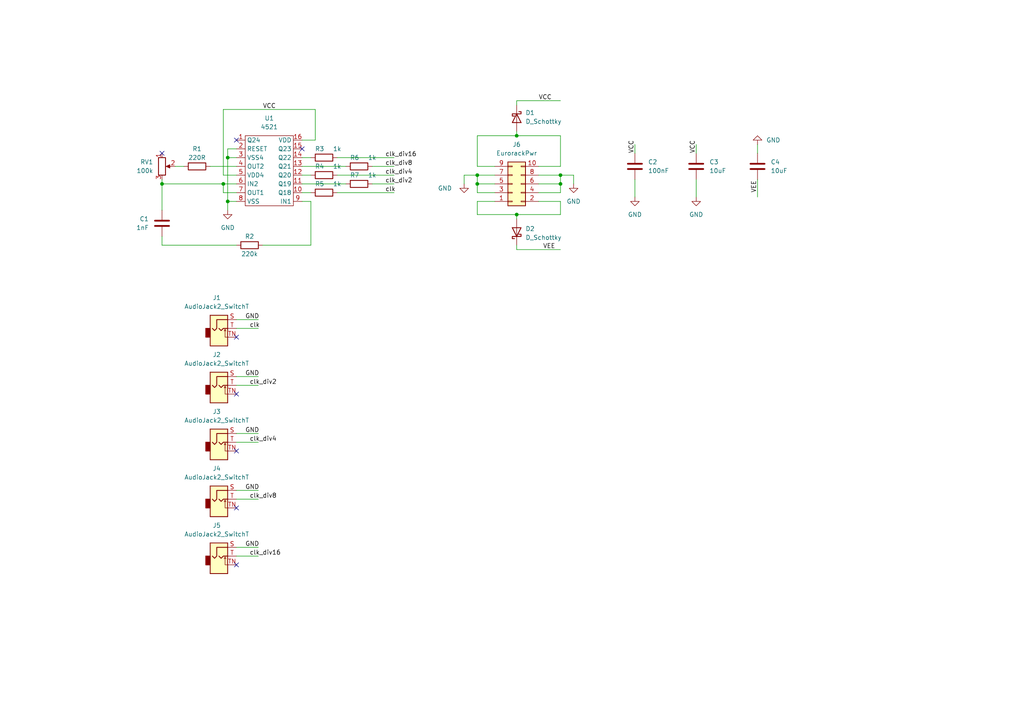
<source format=kicad_sch>
(kicad_sch (version 20211123) (generator eeschema)
  (paper "A4")
  (lib_symbols
    (symbol "Connector:AudioJack2_SwitchT"
      (property "Reference" "J" (at 0 8.89 0))
      (property "Value" "AudioJack2_SwitchT" (at 0 6.35 0))
      (symbol "AudioJack2_SwitchT_0_1"
        (rectangle (start -2.54 0) (end -3.81 -2.54) (stroke (width 0.254)) (fill (type outline)))
        (polyline (pts (xy 1.778 -0.254) (xy 2.032 -0.762)))
        (polyline (pts (xy 0 0) (xy 0.635 -0.635) (xy 1.27 0) (xy 2.54 0)) (stroke (width 0.254)))
        (polyline (pts (xy 2.54 -2.54) (xy 1.778 -2.54) (xy 1.778 -0.254) (xy 1.524 -0.762)))
        (polyline (pts (xy 2.54 2.54) (xy -0.635 2.54) (xy -0.635 0) (xy -1.27 -0.635) (xy -1.905 0)) (stroke (width 0.254)))
        (rectangle (start 2.54 3.81) (end -2.54 -5.08) (stroke (width 0.254)) (fill (type background)))
      )
      (symbol "AudioJack2_SwitchT_1_1"
        (pin passive line (at 5.08 2.54 180) (length 2.54) (name "~") (number "S"))
        (pin passive line (at 5.08 0 180) (length 2.54) (name "~") (number "T"))
        (pin passive line (at 5.08 -2.54 180) (length 2.54) (name "~") (number "TN"))
      )
    )
    (symbol "Connector_Generic:Conn_02x05_Odd_Even" (pin_names (offset 1.016) hide)
      (property "Reference" "J" (at 1.27 7.62 0))
      (property "Value" "Conn_02x05_Odd_Even" (at 1.27 -7.62 0))
      (symbol "Conn_02x05_Odd_Even_1_1"
        (rectangle (start -1.27 -4.953) (end 0 -5.207) (stroke (width 0.1524)))
        (rectangle (start -1.27 -2.413) (end 0 -2.667) (stroke (width 0.1524)))
        (rectangle (start -1.27 0.127) (end 0 -0.127) (stroke (width 0.1524)))
        (rectangle (start -1.27 2.667) (end 0 2.413) (stroke (width 0.1524)))
        (rectangle (start -1.27 5.207) (end 0 4.953) (stroke (width 0.1524)))
        (rectangle (start -1.27 6.35) (end 3.81 -6.35) (stroke (width 0.254)) (fill (type background)))
        (rectangle (start 3.81 -4.953) (end 2.54 -5.207) (stroke (width 0.1524)))
        (rectangle (start 3.81 -2.413) (end 2.54 -2.667) (stroke (width 0.1524)))
        (rectangle (start 3.81 0.127) (end 2.54 -0.127) (stroke (width 0.1524)))
        (rectangle (start 3.81 2.667) (end 2.54 2.413) (stroke (width 0.1524)))
        (rectangle (start 3.81 5.207) (end 2.54 4.953) (stroke (width 0.1524)))
        (pin passive line (at -5.08 5.08 0) (length 3.81) (name "Pin_1") (number "1"))
        (pin passive line (at 7.62 -5.08 180) (length 3.81) (name "Pin_10") (number "10"))
        (pin passive line (at 7.62 5.08 180) (length 3.81) (name "Pin_2") (number "2"))
        (pin passive line (at -5.08 2.54 0) (length 3.81) (name "Pin_3") (number "3"))
        (pin passive line (at 7.62 2.54 180) (length 3.81) (name "Pin_4") (number "4"))
        (pin passive line (at -5.08 0 0) (length 3.81) (name "Pin_5") (number "5"))
        (pin passive line (at 7.62 0 180) (length 3.81) (name "Pin_6") (number "6"))
        (pin passive line (at -5.08 -2.54 0) (length 3.81) (name "Pin_7") (number "7"))
        (pin passive line (at 7.62 -2.54 180) (length 3.81) (name "Pin_8") (number "8"))
        (pin passive line (at -5.08 -5.08 0) (length 3.81) (name "Pin_9") (number "9"))
      )
    )
    (symbol "Device:C" (pin_numbers hide) (pin_names (offset 0.254))
      (property "Reference" "C" (at 0.635 2.54 0))
      (property "Value" "C" (at 0.635 -2.54 0))
      (symbol "C_0_1"
        (polyline (pts (xy -2.032 -0.762) (xy 2.032 -0.762)) (stroke (width 0.508)))
        (polyline (pts (xy -2.032 0.762) (xy 2.032 0.762)) (stroke (width 0.508)))
      )
      (symbol "C_1_1"
        (pin passive line (at 0 3.81 270) (length 2.794) (name "~") (number "1"))
        (pin passive line (at 0 -3.81 90) (length 2.794) (name "~") (number "2"))
      )
    )
    (symbol "Device:D_Schottky" (pin_numbers hide) (pin_names (offset 1.016) hide)
      (property "Reference" "D" (at 0 2.54 0))
      (property "Value" "D_Schottky" (at 0 -2.54 0))
      (symbol "D_Schottky_0_1"
        (polyline (pts (xy 1.27 0) (xy -1.27 0)))
        (polyline (pts (xy 1.27 1.27) (xy 1.27 -1.27) (xy -1.27 0) (xy 1.27 1.27)) (stroke (width 0.254)))
        (polyline (pts (xy -1.905 0.635) (xy -1.905 1.27) (xy -1.27 1.27) (xy -1.27 -1.27) (xy -0.635 -1.27) (xy -0.635 -0.635)) (stroke (width 0.254)))
      )
      (symbol "D_Schottky_1_1"
        (pin passive line (at -3.81 0 0) (length 2.54) (name "K") (number "1"))
        (pin passive line (at 3.81 0 180) (length 2.54) (name "A") (number "2"))
      )
    )
    (symbol "Device:R" (pin_numbers hide) (pin_names (offset 0))
      (property "Reference" "R" (at 2.032 0 90))
      (property "Value" "R" (at 0 0 90))
      (symbol "R_0_1"
        (rectangle (start -1.016 -2.54) (end 1.016 2.54) (stroke (width 0.254)))
      )
      (symbol "R_1_1"
        (pin passive line (at 0 3.81 270) (length 1.27) (name "~") (number "1"))
        (pin passive line (at 0 -3.81 90) (length 1.27) (name "~") (number "2"))
      )
    )
    (symbol "Device:R_Potentiometer" (pin_names (offset 1.016) hide)
      (property "Reference" "RV" (at -4.445 0 90))
      (property "Value" "R_Potentiometer" (at -2.54 0 90))
      (symbol "R_Potentiometer_0_1"
        (polyline (pts (xy 2.54 0) (xy 1.524 0)))
        (polyline (pts (xy 1.143 0) (xy 2.286 0.508) (xy 2.286 -0.508) (xy 1.143 0)) (fill (type outline)))
        (rectangle (start 1.016 2.54) (end -1.016 -2.54) (stroke (width 0.254)))
      )
      (symbol "R_Potentiometer_1_1"
        (pin passive line (at 0 3.81 270) (length 1.27) (name "1") (number "1"))
        (pin passive line (at 3.81 0 180) (length 1.27) (name "2") (number "2"))
        (pin passive line (at 0 -3.81 90) (length 1.27) (name "3") (number "3"))
      )
    )
    (symbol "power:GND" (power) (pin_names (offset 0))
      (property "Value" "GND" (at 0 -3.81 0))
      (symbol "GND_0_1"
        (polyline (pts (xy 0 0) (xy 0 -1.27) (xy 1.27 -1.27) (xy 0 -2.54) (xy -1.27 -1.27) (xy 0 -1.27)))
      )
      (symbol "GND_1_1"
        (pin power_in line (at 0 0 270) (length 0) hide (name "GND") (number "1"))
      )
    )
    (symbol "yku_symbols:4521"
      (property "Reference" "U" (at 11.43 21.59 0))
      (property "Value" "4521" (at 2.54 21.59 0))
      (symbol "4521_0_1"
        (rectangle (start 0 20.32) (end 13.97 0))
      )
      (symbol "4521_1_1"
        (pin output line (at -2.54 19.05 0) (length 2.54) (name "Q24") (number "1"))
        (pin output line (at 16.51 3.81 180) (length 2.54) (name "Q18") (number "10"))
        (pin output line (at 16.51 6.35 180) (length 2.54) (name "Q19") (number "11"))
        (pin output line (at 16.51 8.89 180) (length 2.54) (name "Q20") (number "12"))
        (pin output line (at 16.51 11.43 180) (length 2.54) (name "Q21") (number "13"))
        (pin output line (at 16.51 13.97 180) (length 2.54) (name "Q22") (number "14"))
        (pin output line (at 16.51 16.51 180) (length 2.54) (name "Q23") (number "15"))
        (pin power_in line (at 16.51 19.05 180) (length 2.54) (name "VDD") (number "16"))
        (pin input line (at -2.54 16.51 0) (length 2.54) (name "RESET") (number "2"))
        (pin power_in line (at -2.54 13.97 0) (length 2.54) (name "VSS4") (number "3"))
        (pin output line (at -2.54 11.43 0) (length 2.54) (name "OUT2") (number "4"))
        (pin power_in line (at -2.54 8.89 0) (length 2.54) (name "VDD4") (number "5"))
        (pin input line (at -2.54 6.35 0) (length 2.54) (name "IN2") (number "6"))
        (pin output line (at -2.54 3.81 0) (length 2.54) (name "OUT1") (number "7"))
        (pin power_in line (at -2.54 1.27 0) (length 2.54) (name "VSS") (number "8"))
        (pin input line (at 16.51 1.27 180) (length 2.54) (name "IN1") (number "9"))
      )
    )
  )
  (junction (at 138.43 50.8))
  (junction (at 149.86 39.37))
  (junction (at 149.86 62.23))
  (junction (at 64.77 53.34))
  (junction (at 162.56 50.8))
  (junction (at 138.43 53.34))
  (junction (at 66.04 58.42))
  (junction (at 162.56 53.34))
  (junction (at 46.99 53.34))
  (junction (at 66.04 45.72))
  (no_connect (at 46.99 44.45))
  (no_connect (at 68.58 97.79))
  (no_connect (at 68.58 147.32))
  (no_connect (at 87.63 43.18))
  (no_connect (at 68.58 40.64))
  (no_connect (at 68.58 114.3))
  (no_connect (at 68.58 130.81))
  (no_connect (at 68.58 163.83))
  (wire (pts (xy 97.79 55.88) (xy 114.3 55.88)))
  (wire (pts (xy 50.8 48.26) (xy 53.34 48.26)))
  (wire (pts (xy 66.04 45.72) (xy 66.04 58.42)))
  (wire (pts (xy 68.58 53.34) (xy 64.77 53.34)))
  (wire (pts (xy 134.62 50.8) (xy 134.62 53.34)))
  (wire (pts (xy 64.77 55.88) (xy 68.58 55.88)))
  (wire (pts (xy 46.99 53.34) (xy 64.77 53.34)))
  (wire (pts (xy 87.63 40.64) (xy 91.44 40.64)))
  (wire (pts (xy 68.58 43.18) (xy 66.04 43.18)))
  (wire (pts (xy 64.77 31.75) (xy 91.44 31.75)))
  (wire (pts (xy 138.43 50.8) (xy 143.51 50.8)))
  (wire (pts (xy 156.21 53.34) (xy 162.56 53.34)))
  (wire (pts (xy 97.79 45.72) (xy 114.3 45.72)))
  (wire (pts (xy 68.58 128.27) (xy 74.93 128.27)))
  (wire (pts (xy 219.71 52.07) (xy 219.71 57.15)))
  (wire (pts (xy 162.56 53.34) (xy 162.56 55.88)))
  (wire (pts (xy 68.58 111.76) (xy 74.93 111.76)))
  (wire (pts (xy 149.86 71.12) (xy 149.86 72.39)))
  (wire (pts (xy 66.04 58.42) (xy 66.04 60.96)))
  (wire (pts (xy 76.2 71.12) (xy 90.17 71.12)))
  (wire (pts (xy 68.58 125.73) (xy 74.93 125.73)))
  (wire (pts (xy 68.58 144.78) (xy 74.93 144.78)))
  (wire (pts (xy 66.04 45.72) (xy 68.58 45.72)))
  (wire (pts (xy 162.56 62.23) (xy 162.56 58.42)))
  (wire (pts (xy 149.86 29.21) (xy 162.56 29.21)))
  (wire (pts (xy 87.63 48.26) (xy 100.33 48.26)))
  (wire (pts (xy 149.86 29.21) (xy 149.86 30.48)))
  (wire (pts (xy 97.79 50.8) (xy 114.3 50.8)))
  (wire (pts (xy 46.99 52.07) (xy 46.99 53.34)))
  (wire (pts (xy 90.17 58.42) (xy 90.17 71.12)))
  (wire (pts (xy 64.77 53.34) (xy 64.77 55.88)))
  (wire (pts (xy 149.86 38.1) (xy 149.86 39.37)))
  (wire (pts (xy 91.44 31.75) (xy 91.44 40.64)))
  (wire (pts (xy 166.37 53.34) (xy 166.37 50.8)))
  (wire (pts (xy 107.95 53.34) (xy 114.3 53.34)))
  (wire (pts (xy 138.43 58.42) (xy 143.51 58.42)))
  (wire (pts (xy 201.93 41.91) (xy 201.93 44.45)))
  (wire (pts (xy 149.86 72.39) (xy 162.56 72.39)))
  (wire (pts (xy 156.21 58.42) (xy 162.56 58.42)))
  (wire (pts (xy 87.63 55.88) (xy 90.17 55.88)))
  (wire (pts (xy 87.63 45.72) (xy 90.17 45.72)))
  (wire (pts (xy 138.43 53.34) (xy 143.51 53.34)))
  (wire (pts (xy 162.56 39.37) (xy 162.56 48.26)))
  (wire (pts (xy 68.58 161.29) (xy 74.93 161.29)))
  (wire (pts (xy 162.56 50.8) (xy 166.37 50.8)))
  (wire (pts (xy 156.21 50.8) (xy 162.56 50.8)))
  (wire (pts (xy 46.99 53.34) (xy 46.99 60.96)))
  (wire (pts (xy 68.58 92.71) (xy 74.93 92.71)))
  (wire (pts (xy 107.95 48.26) (xy 114.3 48.26)))
  (wire (pts (xy 66.04 43.18) (xy 66.04 45.72)))
  (wire (pts (xy 201.93 52.07) (xy 201.93 57.15)))
  (wire (pts (xy 138.43 58.42) (xy 138.43 62.23)))
  (wire (pts (xy 184.15 52.07) (xy 184.15 57.15)))
  (wire (pts (xy 138.43 48.26) (xy 138.43 39.37)))
  (wire (pts (xy 149.86 62.23) (xy 162.56 62.23)))
  (wire (pts (xy 68.58 142.24) (xy 74.93 142.24)))
  (wire (pts (xy 138.43 39.37) (xy 149.86 39.37)))
  (wire (pts (xy 64.77 50.8) (xy 64.77 31.75)))
  (wire (pts (xy 138.43 55.88) (xy 138.43 53.34)))
  (wire (pts (xy 68.58 109.22) (xy 74.93 109.22)))
  (wire (pts (xy 60.96 48.26) (xy 68.58 48.26)))
  (wire (pts (xy 46.99 71.12) (xy 68.58 71.12)))
  (wire (pts (xy 143.51 55.88) (xy 138.43 55.88)))
  (wire (pts (xy 68.58 58.42) (xy 66.04 58.42)))
  (wire (pts (xy 87.63 58.42) (xy 90.17 58.42)))
  (wire (pts (xy 138.43 50.8) (xy 134.62 50.8)))
  (wire (pts (xy 149.86 62.23) (xy 149.86 63.5)))
  (wire (pts (xy 138.43 48.26) (xy 143.51 48.26)))
  (wire (pts (xy 162.56 50.8) (xy 162.56 53.34)))
  (wire (pts (xy 156.21 48.26) (xy 162.56 48.26)))
  (wire (pts (xy 184.15 41.91) (xy 184.15 44.45)))
  (wire (pts (xy 149.86 39.37) (xy 162.56 39.37)))
  (wire (pts (xy 138.43 50.8) (xy 138.43 53.34)))
  (wire (pts (xy 68.58 158.75) (xy 74.93 158.75)))
  (wire (pts (xy 219.71 41.91) (xy 219.71 44.45)))
  (wire (pts (xy 68.58 95.25) (xy 74.93 95.25)))
  (wire (pts (xy 68.58 50.8) (xy 64.77 50.8)))
  (wire (pts (xy 46.99 68.58) (xy 46.99 71.12)))
  (wire (pts (xy 87.63 53.34) (xy 100.33 53.34)))
  (wire (pts (xy 87.63 50.8) (xy 90.17 50.8)))
  (wire (pts (xy 156.21 55.88) (xy 162.56 55.88)))
  (wire (pts (xy 138.43 62.23) (xy 149.86 62.23)))
  (label "clk_div16" (at 72.39 161.29 0))
  (label "GND" (at 71.12 125.73 0))
  (label "clk" (at 111.76 55.88 0))
  (label "VCC" (at 201.93 44.45 90))
  (label "clk_div16" (at 111.76 45.72 0))
  (label "GND" (at 71.12 92.71 0))
  (label "GND" (at 71.12 158.75 0))
  (label "clk_div2" (at 111.76 53.34 0))
  (label "clk_div8" (at 111.76 48.26 0))
  (label "VEE" (at 219.71 55.88 90))
  (label "clk_div4" (at 72.39 128.27 0))
  (label "clk_div4" (at 111.76 50.8 0))
  (label "clk" (at 72.39 95.25 0))
  (label "VEE" (at 157.48 72.39 0))
  (label "VCC" (at 156.21 29.21 0))
  (label "VCC" (at 184.15 44.45 90))
  (label "clk_div2" (at 72.39 111.76 0))
  (label "GND" (at 71.12 109.22 0))
  (label "clk_div8" (at 72.39 144.78 0))
  (label "GND" (at 71.12 142.24 0))
  (label "VCC" (at 76.2 31.75 0))
  (symbol (lib_id "Connector:AudioJack2_SwitchT") (at 63.5 128.27 0) (unit 1)
    (property "Reference" "J3" (at 62.865 119.38 0))
    (property "Value" "AudioJack2_SwitchT" (at 62.865 121.92 0))
  )
  (symbol (lib_id "Connector:AudioJack2_SwitchT") (at 63.5 111.76 0) (unit 1)
    (property "Reference" "J2" (at 62.865 102.87 0))
    (property "Value" "AudioJack2_SwitchT" (at 62.865 105.41 0))
  )
  (symbol (lib_id "Device:R_Potentiometer") (at 46.99 48.26 0) (unit 1)
    (property "Reference" "RV1" (at 44.45 46.9899 0) (effects (justify right)))
    (property "Value" "100k" (at 44.45 49.5299 0) (effects (justify right)))
  )
  (symbol (lib_id "Connector_Generic:Conn_02x05_Odd_Even") (at 148.59 53.34 0) (mirror x) (unit 1)
    (property "Reference" "J6" (at 149.86 41.91 0))
    (property "Value" "EurorackPwr" (at 149.86 44.45 0))
  )
  (symbol (lib_id "power:GND") (at 166.37 53.34 0) (unit 1)
    (property "Reference" "#PWR0104" (effects hide))
    (property "Value" "GND" (at 166.37 58.42 0))
  )
  (symbol (lib_id "yku_symbols:4521") (at 71.12 59.69 0) (unit 1)
    (property "Reference" "U1" (at 78.105 34.29 0))
    (property "Value" "4521" (at 78.105 36.83 0))
  )
  (symbol (lib_id "Device:R") (at 104.14 48.26 90) (unit 1)
    (property "Reference" "R6" (at 102.87 45.72 90))
    (property "Value" "1k" (at 107.95 45.72 90))
  )
  (symbol (lib_id "power:GND") (at 134.62 53.34 0) (mirror y) (unit 1)
    (property "Reference" "#PWR0101" (effects hide))
    (property "Value" "GND" (at 127 54.61 0) (effects (justify right)))
  )
  (symbol (lib_id "Connector:AudioJack2_SwitchT") (at 63.5 161.29 0) (unit 1)
    (property "Reference" "J5" (at 62.865 152.4 0))
    (property "Value" "AudioJack2_SwitchT" (at 62.865 154.94 0))
  )
  (symbol (lib_id "Device:D_Schottky") (at 149.86 34.29 270) (unit 1)
    (property "Reference" "D1" (at 152.4 32.7024 90) (effects (justify left)))
    (property "Value" "D_Schottky" (at 152.4 35.2424 90) (effects (justify left)))
  )
  (symbol (lib_id "Device:R") (at 93.98 45.72 90) (unit 1)
    (property "Reference" "R3" (at 92.71 43.18 90))
    (property "Value" "1k" (at 97.79 43.18 90))
  )
  (symbol (lib_id "Connector:AudioJack2_SwitchT") (at 63.5 95.25 0) (unit 1)
    (property "Reference" "J1" (at 62.865 86.36 0))
    (property "Value" "AudioJack2_SwitchT" (at 62.865 88.9 0))
  )
  (symbol (lib_id "Device:C") (at 219.71 48.26 0) (unit 1)
    (property "Reference" "C4" (at 223.52 46.9899 0) (effects (justify left)))
    (property "Value" "10uF" (at 223.52 49.5299 0) (effects (justify left)))
  )
  (symbol (lib_id "power:GND") (at 184.15 57.15 0) (unit 1)
    (property "Reference" "#PWR04" (effects hide))
    (property "Value" "GND" (at 184.15 62.23 0))
  )
  (symbol (lib_id "Connector:AudioJack2_SwitchT") (at 63.5 144.78 0) (unit 1)
    (property "Reference" "J4" (at 62.865 135.89 0))
    (property "Value" "AudioJack2_SwitchT" (at 62.865 138.43 0))
  )
  (symbol (lib_id "Device:R") (at 104.14 53.34 90) (unit 1)
    (property "Reference" "R7" (at 102.87 50.8 90))
    (property "Value" "1k" (at 107.95 50.8 90))
  )
  (symbol (lib_id "Device:C") (at 184.15 48.26 0) (unit 1)
    (property "Reference" "C2" (at 187.96 46.9899 0) (effects (justify left)))
    (property "Value" "100nF" (at 187.96 49.5299 0) (effects (justify left)))
  )
  (symbol (lib_id "power:GND") (at 201.93 57.15 0) (unit 1)
    (property "Reference" "#PWR0106" (effects hide))
    (property "Value" "GND" (at 201.93 62.23 0))
  )
  (symbol (lib_id "Device:C") (at 46.99 64.77 0) (mirror x) (unit 1)
    (property "Reference" "C1" (at 43.18 63.4999 0) (effects (justify right)))
    (property "Value" "1nF" (at 43.18 66.0399 0) (effects (justify right)))
  )
  (symbol (lib_id "power:GND") (at 66.04 60.96 0) (unit 1)
    (property "Reference" "#PWR01" (effects hide))
    (property "Value" "GND" (at 66.04 66.04 0))
  )
  (symbol (lib_id "power:GND") (at 219.71 41.91 180) (unit 1)
    (property "Reference" "#PWR0107" (effects hide))
    (property "Value" "GND" (at 222.25 40.6399 0) (effects (justify right)))
  )
  (symbol (lib_id "Device:C") (at 201.93 48.26 0) (unit 1)
    (property "Reference" "C3" (at 205.74 46.9899 0) (effects (justify left)))
    (property "Value" "10uF" (at 205.74 49.5299 0) (effects (justify left)))
  )
  (symbol (lib_id "Device:R") (at 57.15 48.26 270) (unit 1)
    (property "Reference" "R1" (at 57.15 43.18 90))
    (property "Value" "220R" (at 57.15 45.72 90))
  )
  (symbol (lib_id "Device:D_Schottky") (at 149.86 67.31 90) (unit 1)
    (property "Reference" "D2" (at 152.4 66.3574 90) (effects (justify right)))
    (property "Value" "D_Schottky" (at 152.4 68.8974 90) (effects (justify right)))
  )
  (symbol (lib_id "Device:R") (at 72.39 71.12 90) (unit 1)
    (property "Reference" "R2" (at 72.39 68.58 90))
    (property "Value" "220k" (at 72.39 73.66 90))
  )
  (symbol (lib_id "Device:R") (at 93.98 55.88 90) (unit 1)
    (property "Reference" "R5" (at 92.71 53.34 90))
    (property "Value" "1k" (at 97.79 53.34 90))
  )
  (symbol (lib_id "Device:R") (at 93.98 50.8 90) (unit 1)
    (property "Reference" "R4" (at 92.71 48.26 90))
    (property "Value" "1k" (at 97.79 48.26 90))
  )
)
</source>
